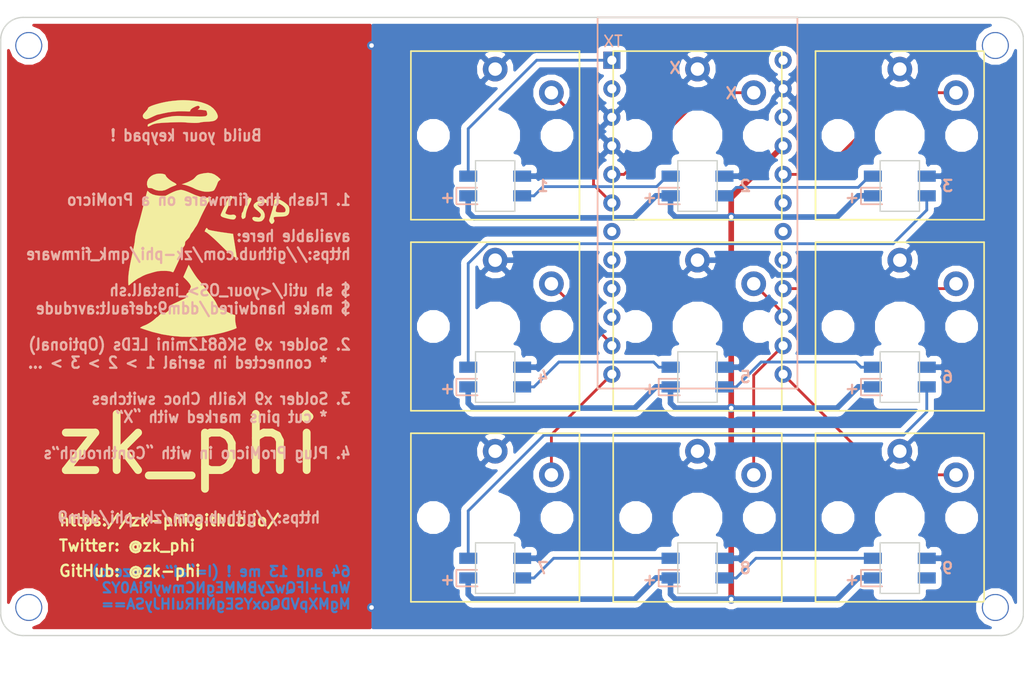
<source format=kicad_pcb>
(kicad_pcb (version 20171130) (host pcbnew "(5.0.1-3-g963ef8bb5)")
  (layers (0 F.Cu signal) (31 B.Cu signal) (34 B.Paste user) (35 F.Paste user) (36 B.SilkS user) (37 F.SilkS user) (38 B.Mask user) (39 F.Mask user) (44 Edge.Cuts user))
  (net 0 "")
  (net 1 GND)
  (net 2 "Net-(L1-Pad1)")
  (net 3 VCC)
  (net 4 "Net-(L2-Pad1)")
  (net 5 "Net-(L3-Pad1)")
  (net 6 "Net-(L4-Pad1)")
  (net 7 "Net-(L5-Pad1)")
  (net 8 "Net-(L6-Pad1)")
  (net 9 "Net-(L7-Pad1)")
  (net 10 sw1)
  (net 11 sw3)
  (net 12 sw2)
  (net 13 sw4)
  (net 14 "Net-(U1-Pad2)")
  (net 15 "Net-(U1-Pad8)")
  (net 16 "Net-(U1-Pad24)")
  (net 17 backlight)
  (net 18 "Net-(U1-Pad7)")
  (net 19 "Net-(L8-Pad1)")
  (net 20 "Net-(L9-Pad1)")
  (net 21 sw7)
  (net 22 sw5)
  (net 23 sw8)
  (net 24 sw6)
  (net 25 sw9)
  (net 26 "Net-(U1-Pad22)")
  (net 27 "Net-(U1-Pad19)")
  (net 28 "Net-(U1-Pad18)")
  (net 29 "Net-(U1-Pad9)")
  (net 30 "Net-(U1-Pad10)")
  (net 31 "Net-(U1-Pad17)")
  (module phi-kbd-library:M2_SCREW_HOLE_Plated (layer F.Cu) (at 138.5 52.5)
    (fp_text reference Ref**)
    (fp_text value Val**)
    (pad "" thru_hole circle (at 0 0) (size 2.4 2.4) (drill 2.2) (layers *.Cu *.Mask))
  )
  (module phi-kbd-library:M2_SCREW_HOLE_Plated (layer F.Cu) (at 138.5 102.5)
    (fp_text reference Ref**)
    (fp_text value Val**)
    (pad "" thru_hole circle (at 0 0) (size 2.4 2.4) (drill 2.2) (layers *.Cu *.Mask))
  )
  (module phi-kbd-library:M2_SCREW_HOLE_Plated (layer F.Cu) (at 52.5 102.5)
    (fp_text reference Ref**)
    (fp_text value Val**)
    (pad "" thru_hole circle (at 0 0) (size 2.4 2.4) (drill 2.2) (layers *.Cu *.Mask))
  )
  (module phi-kbd-library:M2_SCREW_HOLE_Plated (layer F.Cu) (at 52.5 52.5)
    (fp_text reference Ref**)
    (fp_text value Val**)
    (pad "" thru_hole circle (at 0 0) (size 2.4 2.4) (drill 2.2) (layers *.Cu *.Mask))
  )
  (module paripi:Untitled2 (layer F.Cu) (at 66.75 66.5)
    (fp_text reference G*** hide)
    (fp_text value LOGO hide)
  )
  (module paripi:Untitled (layer F.Cu) (at 66.75 66.5)
    (fp_text reference G*** hide)
    (fp_text value LOGO hide)
  )
  (module phi-kbd-library:ProMicro_Reversed_Conthrough-irreversible (layer B.Cu) (at 112 50 270)
    (fp_text reference U1)
    (fp_text value ProMicro hide)
    (fp_text user TX (at 2.1336 7.5184 unlocked) (layer B.SilkS) (effects (justify mirror)))
    (pad 1 thru_hole rect (at 3.81 7.62 270) (size 1.524 1.524) (drill 0.8128) (layers *.Cu *.Mask) (net 17 backlight))
    (pad 2 thru_hole circle (at 6.35 7.62 270) (size 1.524 1.524) (drill 0.8128) (layers *.Cu *.Mask) (net 14 "Net-(U1-Pad2)"))
    (pad 3 thru_hole circle (at 8.89 7.62 270) (size 1.524 1.524) (drill 0.8128) (layers *.Cu *.Mask) (net 1 GND))
    (pad 4 thru_hole circle (at 11.43 7.62 270) (size 1.524 1.524) (drill 0.8128) (layers *.Cu *.Mask) (net 1 GND))
    (pad 5 thru_hole circle (at 13.97 7.62 270) (size 1.524 1.524) (drill 0.8128) (layers *.Cu *.Mask) (net 13 sw4))
    (pad 6 thru_hole circle (at 16.51 7.62 270) (size 1.524 1.524) (drill 0.8128) (layers *.Cu *.Mask) (net 10 sw1))
    (pad 7 thru_hole circle (at 19.05 7.62 270) (size 1.524 1.524) (drill 0.8128) (layers *.Cu *.Mask) (net 18 "Net-(U1-Pad7)"))
    (pad 8 thru_hole circle (at 21.59 7.62 270) (size 1.524 1.524) (drill 0.8128) (layers *.Cu *.Mask) (net 15 "Net-(U1-Pad8)"))
    (pad 9 thru_hole circle (at 24.13 7.62 270) (size 1.524 1.524) (drill 0.8128) (layers *.Cu *.Mask) (net 29 "Net-(U1-Pad9)"))
    (pad 10 thru_hole circle (at 26.67 7.62 270) (size 1.524 1.524) (drill 0.8128) (layers *.Cu *.Mask) (net 30 "Net-(U1-Pad10)"))
    (pad 11 thru_hole circle (at 29.21 7.62 270) (size 1.524 1.524) (drill 0.8128) (layers *.Cu *.Mask) (net 12 sw2))
    (pad 12 thru_hole circle (at 31.75 7.62 270) (size 1.524 1.524) (drill 0.8128) (layers *.Cu *.Mask) (net 11 sw3))
    (pad 24 thru_hole circle (at 3.81 -7.62 270) (size 1.524 1.524) (drill 0.8128) (layers *.Cu *.Mask) (net 16 "Net-(U1-Pad24)"))
    (pad 23 thru_hole circle (at 6.35 -7.62 270) (size 1.524 1.524) (drill 0.8128) (layers *.Cu *.Mask) (net 1 GND))
    (pad 22 thru_hole circle (at 8.89 -7.62 270) (size 1.524 1.524) (drill 0.8128) (layers *.Cu *.Mask) (net 26 "Net-(U1-Pad22)"))
    (pad 21 thru_hole circle (at 11.43 -7.62 270) (size 1.524 1.524) (drill 0.8128) (layers *.Cu *.Mask) (net 3 VCC))
    (pad 20 thru_hole circle (at 13.97 -7.62 270) (size 1.524 1.524) (drill 0.8128) (layers *.Cu *.Mask) (net 21 sw7))
    (pad 19 thru_hole circle (at 16.51 -7.62 270) (size 1.524 1.524) (drill 0.8128) (layers *.Cu *.Mask) (net 27 "Net-(U1-Pad19)"))
    (pad 18 thru_hole circle (at 19.05 -7.62 270) (size 1.524 1.524) (drill 0.8128) (layers *.Cu *.Mask) (net 28 "Net-(U1-Pad18)"))
    (pad 17 thru_hole circle (at 21.59 -7.62 270) (size 1.524 1.524) (drill 0.8128) (layers *.Cu *.Mask) (net 31 "Net-(U1-Pad17)"))
    (pad 16 thru_hole circle (at 24.13 -7.62 270) (size 1.524 1.524) (drill 0.8128) (layers *.Cu *.Mask) (net 23 sw8))
    (pad 15 thru_hole circle (at 26.67 -7.62 270) (size 1.524 1.524) (drill 0.8128) (layers *.Cu *.Mask) (net 22 sw5))
    (pad 14 thru_hole circle (at 29.21 -7.62 270) (size 1.524 1.524) (drill 0.8128) (layers *.Cu *.Mask) (net 24 sw6))
    (pad 13 thru_hole circle (at 31.75 -7.62 270) (size 1.524 1.524) (drill 0.8128) (layers *.Cu *.Mask) (net 25 sw9))
  )
  (module phi-kbd-library:SK6812MINI-irreversible (layer B.Cu) (at 94 65 180)
    (fp_text reference L1 hide)
    (fp_text value SK6812MINI hide)
    (pad 4 smd rect (at 2.4 -0.875 180) (size 1.6 1) (layers B.Cu B.Paste B.Mask) (net 3 VCC))
    (pad 3 smd rect (at 2.4 0.875 180) (size 1.6 1) (layers B.Cu B.Paste B.Mask) (net 17 backlight))
    (pad 2 smd rect (at -2.4 0.875 180) (size 1.6 1) (layers B.Cu B.Paste B.Mask) (net 1 GND))
    (pad 1 smd rect (at -2.4 -0.875 180) (size 1.6 1) (layers B.Cu B.Paste B.Mask) (net 2 "Net-(L1-Pad1)"))
  )
  (module phi-kbd-library:SK6812MINI-irreversible (layer B.Cu) (at 112 65 180)
    (fp_text reference L2 hide)
    (fp_text value SK6812MINI hide)
    (pad 1 smd rect (at -2.4 -0.875 180) (size 1.6 1) (layers B.Cu B.Paste B.Mask) (net 4 "Net-(L2-Pad1)"))
    (pad 2 smd rect (at -2.4 0.875 180) (size 1.6 1) (layers B.Cu B.Paste B.Mask) (net 1 GND))
    (pad 3 smd rect (at 2.4 0.875 180) (size 1.6 1) (layers B.Cu B.Paste B.Mask) (net 2 "Net-(L1-Pad1)"))
    (pad 4 smd rect (at 2.4 -0.875 180) (size 1.6 1) (layers B.Cu B.Paste B.Mask) (net 3 VCC))
  )
  (module phi-kbd-library:SK6812MINI-irreversible (layer B.Cu) (at 130 65 180)
    (fp_text reference L3 hide)
    (fp_text value SK6812MINI hide)
    (pad 4 smd rect (at 2.4 -0.875 180) (size 1.6 1) (layers B.Cu B.Paste B.Mask) (net 3 VCC))
    (pad 3 smd rect (at 2.4 0.875 180) (size 1.6 1) (layers B.Cu B.Paste B.Mask) (net 4 "Net-(L2-Pad1)"))
    (pad 2 smd rect (at -2.4 0.875 180) (size 1.6 1) (layers B.Cu B.Paste B.Mask) (net 1 GND))
    (pad 1 smd rect (at -2.4 -0.875 180) (size 1.6 1) (layers B.Cu B.Paste B.Mask) (net 5 "Net-(L3-Pad1)"))
  )
  (module phi-kbd-library:SK6812MINI-irreversible (layer B.Cu) (at 94 82 180)
    (fp_text reference L4 hide)
    (fp_text value SK6812MINI hide)
    (pad 1 smd rect (at -2.4 -0.875 180) (size 1.6 1) (layers B.Cu B.Paste B.Mask) (net 6 "Net-(L4-Pad1)"))
    (pad 2 smd rect (at -2.4 0.875 180) (size 1.6 1) (layers B.Cu B.Paste B.Mask) (net 1 GND))
    (pad 3 smd rect (at 2.4 0.875 180) (size 1.6 1) (layers B.Cu B.Paste B.Mask) (net 5 "Net-(L3-Pad1)"))
    (pad 4 smd rect (at 2.4 -0.875 180) (size 1.6 1) (layers B.Cu B.Paste B.Mask) (net 3 VCC))
  )
  (module phi-kbd-library:SK6812MINI-irreversible (layer B.Cu) (at 112 82 180)
    (fp_text reference L5 hide)
    (fp_text value SK6812MINI hide)
    (pad 4 smd rect (at 2.4 -0.875 180) (size 1.6 1) (layers B.Cu B.Paste B.Mask) (net 3 VCC))
    (pad 3 smd rect (at 2.4 0.875 180) (size 1.6 1) (layers B.Cu B.Paste B.Mask) (net 6 "Net-(L4-Pad1)"))
    (pad 2 smd rect (at -2.4 0.875 180) (size 1.6 1) (layers B.Cu B.Paste B.Mask) (net 1 GND))
    (pad 1 smd rect (at -2.4 -0.875 180) (size 1.6 1) (layers B.Cu B.Paste B.Mask) (net 7 "Net-(L5-Pad1)"))
  )
  (module phi-kbd-library:SK6812MINI-irreversible (layer B.Cu) (at 130 82 180)
    (fp_text reference L6 hide)
    (fp_text value SK6812MINI hide)
    (pad 1 smd rect (at -2.4 -0.875 180) (size 1.6 1) (layers B.Cu B.Paste B.Mask) (net 8 "Net-(L6-Pad1)"))
    (pad 2 smd rect (at -2.4 0.875 180) (size 1.6 1) (layers B.Cu B.Paste B.Mask) (net 1 GND))
    (pad 3 smd rect (at 2.4 0.875 180) (size 1.6 1) (layers B.Cu B.Paste B.Mask) (net 7 "Net-(L5-Pad1)"))
    (pad 4 smd rect (at 2.4 -0.875 180) (size 1.6 1) (layers B.Cu B.Paste B.Mask) (net 3 VCC))
  )
  (module phi-kbd-library:SK6812MINI-irreversible (layer B.Cu) (at 94 99 180)
    (fp_text reference L7 hide)
    (fp_text value SK6812MINI hide)
    (pad 4 smd rect (at 2.4 -0.875 180) (size 1.6 1) (layers B.Cu B.Paste B.Mask) (net 3 VCC))
    (pad 3 smd rect (at 2.4 0.875 180) (size 1.6 1) (layers B.Cu B.Paste B.Mask) (net 8 "Net-(L6-Pad1)"))
    (pad 2 smd rect (at -2.4 0.875 180) (size 1.6 1) (layers B.Cu B.Paste B.Mask) (net 1 GND))
    (pad 1 smd rect (at -2.4 -0.875 180) (size 1.6 1) (layers B.Cu B.Paste B.Mask) (net 9 "Net-(L7-Pad1)"))
  )
  (module phi-kbd-library:SK6812MINI-irreversible (layer B.Cu) (at 112 99 180)
    (fp_text reference L8 hide)
    (fp_text value SK6812MINI hide)
    (pad 1 smd rect (at -2.4 -0.875 180) (size 1.6 1) (layers B.Cu B.Paste B.Mask) (net 19 "Net-(L8-Pad1)"))
    (pad 2 smd rect (at -2.4 0.875 180) (size 1.6 1) (layers B.Cu B.Paste B.Mask) (net 1 GND))
    (pad 3 smd rect (at 2.4 0.875 180) (size 1.6 1) (layers B.Cu B.Paste B.Mask) (net 9 "Net-(L7-Pad1)"))
    (pad 4 smd rect (at 2.4 -0.875 180) (size 1.6 1) (layers B.Cu B.Paste B.Mask) (net 3 VCC))
  )
  (module phi-kbd-library:SK6812MINI-irreversible (layer B.Cu) (at 130 99 180)
    (fp_text reference L9 hide)
    (fp_text value SK6812MINI hide)
    (pad 4 smd rect (at 2.4 -0.875 180) (size 1.6 1) (layers B.Cu B.Paste B.Mask) (net 3 VCC))
    (pad 3 smd rect (at 2.4 0.875 180) (size 1.6 1) (layers B.Cu B.Paste B.Mask) (net 19 "Net-(L8-Pad1)"))
    (pad 2 smd rect (at -2.4 0.875 180) (size 1.6 1) (layers B.Cu B.Paste B.Mask) (net 1 GND))
    (pad 1 smd rect (at -2.4 -0.875 180) (size 1.6 1) (layers B.Cu B.Paste B.Mask) (net 20 "Net-(L9-Pad1)"))
  )
  (module phi-kbd-library:Choc_1.00u-narrow-irreversible (layer F.Cu) (at 94 60.5)
    (fp_text reference SW1)
    (fp_text value SW_PUSH)
    (pad "" np_thru_hole circle (at 0 0) (size 3.4 3.4) (drill 3.4) (layers *.Cu *.Mask))
    (pad "" np_thru_hole circle (at -5.5 0) (size 1.9 1.9) (drill 1.9) (layers *.Cu *.Mask))
    (pad "" np_thru_hole circle (at 5.5 0) (size 1.9 1.9) (drill 1.9) (layers *.Cu *.Mask))
    (pad 1 thru_hole circle (at 0 -5.9) (size 2.2 2.2) (drill 1.2) (layers *.Cu *.Mask) (net 1 GND))
    (pad 2 thru_hole circle (at 5 -3.8) (size 2.2 2.2) (drill 1.2) (layers *.Cu *.Mask) (net 10 sw1))
  )
  (module phi-kbd-library:Choc_1.00u-narrow-irreversible (layer F.Cu) (at 112 60.5)
    (fp_text reference SW2)
    (fp_text value SW_PUSH)
    (pad "" np_thru_hole circle (at 0 0) (size 3.4 3.4) (drill 3.4) (layers *.Cu *.Mask))
    (pad "" np_thru_hole circle (at -5.5 0) (size 1.9 1.9) (drill 1.9) (layers *.Cu *.Mask))
    (pad "" np_thru_hole circle (at 5.5 0) (size 1.9 1.9) (drill 1.9) (layers *.Cu *.Mask))
    (pad 1 thru_hole circle (at 0 -5.9) (size 2.2 2.2) (drill 1.2) (layers *.Cu *.Mask) (net 1 GND))
    (pad 2 thru_hole circle (at 5 -3.8) (size 2.2 2.2) (drill 1.2) (layers *.Cu *.Mask) (net 13 sw4))
  )
  (module phi-kbd-library:Choc_1.00u-narrow-irreversible (layer F.Cu) (at 130 60.5)
    (fp_text reference SW3)
    (fp_text value SW_PUSH)
    (pad "" np_thru_hole circle (at 0 0) (size 3.4 3.4) (drill 3.4) (layers *.Cu *.Mask))
    (pad "" np_thru_hole circle (at -5.5 0) (size 1.9 1.9) (drill 1.9) (layers *.Cu *.Mask))
    (pad "" np_thru_hole circle (at 5.5 0) (size 1.9 1.9) (drill 1.9) (layers *.Cu *.Mask))
    (pad 1 thru_hole circle (at 0 -5.9) (size 2.2 2.2) (drill 1.2) (layers *.Cu *.Mask) (net 1 GND))
    (pad 2 thru_hole circle (at 5 -3.8) (size 2.2 2.2) (drill 1.2) (layers *.Cu *.Mask) (net 21 sw7))
  )
  (module phi-kbd-library:Choc_1.00u-narrow-irreversible (layer F.Cu) (at 94 77.5)
    (fp_text reference SW4)
    (fp_text value SW_PUSH)
    (pad 2 thru_hole circle (at 5 -3.8) (size 2.2 2.2) (drill 1.2) (layers *.Cu *.Mask) (net 12 sw2))
    (pad 1 thru_hole circle (at 0 -5.9) (size 2.2 2.2) (drill 1.2) (layers *.Cu *.Mask) (net 1 GND))
    (pad "" np_thru_hole circle (at 5.5 0) (size 1.9 1.9) (drill 1.9) (layers *.Cu *.Mask))
    (pad "" np_thru_hole circle (at -5.5 0) (size 1.9 1.9) (drill 1.9) (layers *.Cu *.Mask))
    (pad "" np_thru_hole circle (at 0 0) (size 3.4 3.4) (drill 3.4) (layers *.Cu *.Mask))
  )
  (module phi-kbd-library:Choc_1.00u-narrow-irreversible (layer F.Cu) (at 112 77.5)
    (fp_text reference SW5)
    (fp_text value SW_PUSH)
    (pad 2 thru_hole circle (at 5 -3.8) (size 2.2 2.2) (drill 1.2) (layers *.Cu *.Mask) (net 22 sw5))
    (pad 1 thru_hole circle (at 0 -5.9) (size 2.2 2.2) (drill 1.2) (layers *.Cu *.Mask) (net 1 GND))
    (pad "" np_thru_hole circle (at 5.5 0) (size 1.9 1.9) (drill 1.9) (layers *.Cu *.Mask))
    (pad "" np_thru_hole circle (at -5.5 0) (size 1.9 1.9) (drill 1.9) (layers *.Cu *.Mask))
    (pad "" np_thru_hole circle (at 0 0) (size 3.4 3.4) (drill 3.4) (layers *.Cu *.Mask))
  )
  (module phi-kbd-library:Choc_1.00u-narrow-irreversible (layer F.Cu) (at 130 77.5)
    (fp_text reference SW6)
    (fp_text value SW_PUSH)
    (pad 2 thru_hole circle (at 5 -3.8) (size 2.2 2.2) (drill 1.2) (layers *.Cu *.Mask) (net 23 sw8))
    (pad 1 thru_hole circle (at 0 -5.9) (size 2.2 2.2) (drill 1.2) (layers *.Cu *.Mask) (net 1 GND))
    (pad "" np_thru_hole circle (at 5.5 0) (size 1.9 1.9) (drill 1.9) (layers *.Cu *.Mask))
    (pad "" np_thru_hole circle (at -5.5 0) (size 1.9 1.9) (drill 1.9) (layers *.Cu *.Mask))
    (pad "" np_thru_hole circle (at 0 0) (size 3.4 3.4) (drill 3.4) (layers *.Cu *.Mask))
  )
  (module phi-kbd-library:Choc_1.00u-narrow-irreversible (layer F.Cu) (at 94 94.5)
    (fp_text reference SW8)
    (fp_text value SW_PUSH)
    (pad "" np_thru_hole circle (at 0 0) (size 3.4 3.4) (drill 3.4) (layers *.Cu *.Mask))
    (pad "" np_thru_hole circle (at -5.5 0) (size 1.9 1.9) (drill 1.9) (layers *.Cu *.Mask))
    (pad "" np_thru_hole circle (at 5.5 0) (size 1.9 1.9) (drill 1.9) (layers *.Cu *.Mask))
    (pad 1 thru_hole circle (at 0 -5.9) (size 2.2 2.2) (drill 1.2) (layers *.Cu *.Mask) (net 1 GND))
    (pad 2 thru_hole circle (at 5 -3.8) (size 2.2 2.2) (drill 1.2) (layers *.Cu *.Mask) (net 11 sw3))
  )
  (module phi-kbd-library:Choc_1.00u-narrow-irreversible (layer F.Cu) (at 112 94.5)
    (fp_text reference SW9)
    (fp_text value SW_PUSH)
    (pad 2 thru_hole circle (at 5 -3.8) (size 2.2 2.2) (drill 1.2) (layers *.Cu *.Mask) (net 24 sw6))
    (pad 1 thru_hole circle (at 0 -5.9) (size 2.2 2.2) (drill 1.2) (layers *.Cu *.Mask) (net 1 GND))
    (pad "" np_thru_hole circle (at 5.5 0) (size 1.9 1.9) (drill 1.9) (layers *.Cu *.Mask))
    (pad "" np_thru_hole circle (at -5.5 0) (size 1.9 1.9) (drill 1.9) (layers *.Cu *.Mask))
    (pad "" np_thru_hole circle (at 0 0) (size 3.4 3.4) (drill 3.4) (layers *.Cu *.Mask))
  )
  (module phi-kbd-library:Choc_1.00u-narrow-irreversible (layer F.Cu) (at 130 94.5)
    (fp_text reference SW10)
    (fp_text value SW_PUSH)
    (pad "" np_thru_hole circle (at 0 0) (size 3.4 3.4) (drill 3.4) (layers *.Cu *.Mask))
    (pad "" np_thru_hole circle (at -5.5 0) (size 1.9 1.9) (drill 1.9) (layers *.Cu *.Mask))
    (pad "" np_thru_hole circle (at 5.5 0) (size 1.9 1.9) (drill 1.9) (layers *.Cu *.Mask))
    (pad 1 thru_hole circle (at 0 -5.9) (size 2.2 2.2) (drill 1.2) (layers *.Cu *.Mask) (net 1 GND))
    (pad 2 thru_hole circle (at 5 -3.8) (size 2.2 2.2) (drill 1.2) (layers *.Cu *.Mask) (net 25 sw9))
  )
  (gr_text "DDM Meishi Keypad rev.2" (at 127 103.5) (layer F.Cu) (effects (font (size 1 1) (thickness 0.2))))
  (gr_text X (at 115 56.75) (layer B.SilkS) (effects (font (size 1 1) (thickness 0.2)) (justify mirror)))
  (gr_text X (at 110 54.5) (layer B.SilkS) (effects (font (size 1 1) (thickness 0.2)) (justify mirror)))
  (gr_text 9 (at 134.25 99) (layer B.SilkS) (effects (font (size 1 1) (thickness 0.2)) (justify mirror)))
  (gr_text 8 (at 116.25 99) (layer B.SilkS) (effects (font (size 1 1) (thickness 0.2)) (justify mirror)))
  (gr_text 7 (at 98.25 99) (layer B.SilkS) (effects (font (size 1 1) (thickness 0.2)) (justify mirror)))
  (gr_text 6 (at 134.25 82) (layer B.SilkS) (effects (font (size 1 1) (thickness 0.2)) (justify mirror)))
  (gr_text 5 (at 116.25 82) (layer B.SilkS) (effects (font (size 1 1) (thickness 0.2)) (justify mirror)))
  (gr_text 4 (at 98.25 82) (layer B.SilkS) (effects (font (size 1 1) (thickness 0.2)) (justify mirror)))
  (gr_text 3 (at 134.25 65) (layer B.SilkS) (effects (font (size 1 1) (thickness 0.2)) (justify mirror)))
  (gr_text 2 (at 116.25 65) (layer B.SilkS) (effects (font (size 1 1) (thickness 0.2)) (justify mirror)))
  (gr_text 1 (at 98.25 65) (layer B.SilkS) (effects (font (size 1 1) (thickness 0.2)) (justify mirror)))
  (gr_text "GitHub: @zk-phi" (at 61.5 99.25) (layer F.SilkS) (effects (font (size 1 1) (thickness 0.2))))
  (gr_text "Twitter: @zk_phi" (at 61.25 97) (layer F.SilkS) (effects (font (size 1 1) (thickness 0.2))))
  (gr_text "Build your keypad !" (at 66.5 60.5) (layer B.SilkS) (effects (font (size 1 0.9) (thickness 0.2)) (justify mirror)))
  (gr_text "64 and 13 me ! (I=“ai”, 0=zero)\nWnJ+IFQwZyBMMEgNCmwyRiA0Y2\nMgMXpVDQoxYSEgNHRuIHJySA==" (at 81.25 100.75) (layer B.Cu) (effects (font (size 0.9 0.9) (thickness 0.2)) (justify left mirror)))
  (gr_text https://github.com/zk-phi/ddm9 (at 66.75 94.5) (layer B.SilkS) (effects (font (size 1 0.9) (thickness 0.2)) (justify mirror)))
  (gr_text + (at 107.75 83) (layer B.SilkS) (effects (font (size 1 1) (thickness 0.2)) (justify mirror)))
  (gr_text + (at 125.75 100) (layer B.SilkS) (effects (font (size 1 1) (thickness 0.2)) (justify mirror)))
  (gr_text + (at 107.75 100) (layer B.SilkS) (effects (font (size 1 1) (thickness 0.2)) (justify mirror)))
  (gr_text + (at 89.75 100) (layer B.SilkS) (effects (font (size 1 1) (thickness 0.2)) (justify mirror)))
  (gr_text + (at 125.75 83) (layer B.SilkS) (effects (font (size 1 1) (thickness 0.2)) (justify mirror)))
  (gr_text + (at 89.75 83) (layer B.SilkS) (effects (font (size 1 1) (thickness 0.2)) (justify mirror)))
  (gr_text + (at 125.75 66) (layer B.SilkS) (effects (font (size 1 1) (thickness 0.2)) (justify mirror)))
  (gr_text + (at 107.75 66) (layer B.SilkS) (effects (font (size 1 1) (thickness 0.2)) (justify mirror)))
  (gr_text + (at 89.75 66) (layer B.SilkS) (effects (font (size 1 1) (thickness 0.2)) (justify mirror)))
  (gr_text "1. Flash the firmware on a ProMicro\n\navailable here:\nhttps://github.com/zk-phi/qmk_firmware\n\n$ sh util/<your_OS>_install.sh\n$ make handwired/ddm9:default:avrdude\n\n2. Solder x9 SK6812mini LEDs (Optional)\n   * connected in serial 1 > 2 > 3 > …\n\n3. Solder x9 Kailh Choc switches\n   * cut pins marked with “X”\n\n4. Plug ProMicro in with “Conthrough”s" (at 81.25 77.5) (layer B.SilkS) (effects (font (size 1 0.9) (thickness 0.2)) (justify left mirror)))
  (gr_line (start 128.25 101.25) (end 128.25 96.75) (layer Edge.Cuts) (width 0.12))
  (gr_line (start 131.75 101.25) (end 128.25 101.25) (layer Edge.Cuts) (width 0.12))
  (gr_line (start 131.75 96.75) (end 131.75 101.25) (layer Edge.Cuts) (width 0.12))
  (gr_line (start 128.25 96.75) (end 131.75 96.75) (layer Edge.Cuts) (width 0.12))
  (gr_line (start 128.25 84.25) (end 128.25 79.75) (layer Edge.Cuts) (width 0.12))
  (gr_line (start 131.75 84.25) (end 128.25 84.25) (layer Edge.Cuts) (width 0.12))
  (gr_line (start 131.75 79.75) (end 131.75 84.25) (layer Edge.Cuts) (width 0.12))
  (gr_line (start 128.25 79.75) (end 131.75 79.75) (layer Edge.Cuts) (width 0.12))
  (gr_line (start 128.25 67.25) (end 128.25 62.75) (layer Edge.Cuts) (width 0.12))
  (gr_line (start 131.75 67.25) (end 128.25 67.25) (layer Edge.Cuts) (width 0.12))
  (gr_line (start 131.75 62.75) (end 131.75 67.25) (layer Edge.Cuts) (width 0.12))
  (gr_line (start 128.25 62.75) (end 131.75 62.75) (layer Edge.Cuts) (width 0.12))
  (gr_line (start 110.25 101.25) (end 110.25 96.75) (layer Edge.Cuts) (width 0.12))
  (gr_line (start 113.75 101.25) (end 110.25 101.25) (layer Edge.Cuts) (width 0.12))
  (gr_line (start 113.75 96.75) (end 113.75 101.25) (layer Edge.Cuts) (width 0.12))
  (gr_line (start 110.25 96.75) (end 113.75 96.75) (layer Edge.Cuts) (width 0.12))
  (gr_line (start 110.25 84.25) (end 110.25 79.75) (layer Edge.Cuts) (width 0.12))
  (gr_line (start 113.75 84.25) (end 110.25 84.25) (layer Edge.Cuts) (width 0.12))
  (gr_line (start 113.75 79.75) (end 113.75 84.25) (layer Edge.Cuts) (width 0.12))
  (gr_line (start 110.25 79.75) (end 113.75 79.75) (layer Edge.Cuts) (width 0.12))
  (gr_line (start 110.25 67.25) (end 110.25 62.75) (layer Edge.Cuts) (width 0.12))
  (gr_line (start 113.75 67.25) (end 110.25 67.25) (layer Edge.Cuts) (width 0.12))
  (gr_line (start 113.75 62.75) (end 113.75 67.25) (layer Edge.Cuts) (width 0.12))
  (gr_line (start 110.25 62.75) (end 113.75 62.75) (layer Edge.Cuts) (width 0.12))
  (gr_line (start 92.25 101.25) (end 92.25 96.75) (layer Edge.Cuts) (width 0.12))
  (gr_line (start 95.75 101.25) (end 92.25 101.25) (layer Edge.Cuts) (width 0.12))
  (gr_line (start 95.75 96.75) (end 95.75 101.25) (layer Edge.Cuts) (width 0.12))
  (gr_line (start 92.25 96.75) (end 95.75 96.75) (layer Edge.Cuts) (width 0.12))
  (gr_line (start 92.25 84.25) (end 92.25 79.75) (layer Edge.Cuts) (width 0.12))
  (gr_line (start 95.75 84.25) (end 92.25 84.25) (layer Edge.Cuts) (width 0.12))
  (gr_line (start 95.75 79.75) (end 95.75 84.25) (layer Edge.Cuts) (width 0.12))
  (gr_line (start 92.25 79.75) (end 95.75 79.75) (layer Edge.Cuts) (width 0.12))
  (gr_line (start 92.25 67.25) (end 92.25 62.75) (layer Edge.Cuts) (width 0.12))
  (gr_line (start 95.75 67.25) (end 92.25 67.25) (layer Edge.Cuts) (width 0.12))
  (gr_line (start 95.75 62.75) (end 95.75 67.25) (layer Edge.Cuts) (width 0.12))
  (gr_line (start 92.25 62.75) (end 95.75 62.75) (layer Edge.Cuts) (width 0.12))
  (gr_text https://zk-phi.github.io/ (at 65 94.75) (layer F.SilkS) (effects (font (size 1 1) (thickness 0.2))))
  (gr_text zk_phi (at 66.75 88) (layer F.SilkS) (effects (font (size 5 5) (thickness 0.7))))
  (gr_arc (start 139 103) (end 139 105) (angle -90) (layer Edge.Cuts) (width 0.12))
  (gr_arc (start 139 52) (end 141 52) (angle -90) (layer Edge.Cuts) (width 0.12))
  (gr_arc (start 52 103) (end 50 103) (angle -90) (layer Edge.Cuts) (width 0.12))
  (gr_arc (start 52 52) (end 52 50) (angle -90) (layer Edge.Cuts) (width 0.12))
  (gr_line (start 141 52) (end 141 103) (layer Edge.Cuts) (width 0.12))
  (gr_line (start 52 105) (end 139 105) (layer Edge.Cuts) (width 0.12))
  (gr_line (start 52 50) (end 139 50) (layer Edge.Cuts) (width 0.12))
  (gr_line (start 50 52) (end 50 103) (layer Edge.Cuts) (width 0.12))
  (via (at 83 52.5) (size 0.8) (drill 0.4) (layers F.Cu B.Cu) (net 1))
  (via (at 83 102.5) (size 0.8) (drill 0.4) (layers F.Cu B.Cu) (net 1))
  (segment (start 110.682001 72.917999) (end 112 71.6) (width 0.5) (layer B.Cu) (net 1))
  (segment (start 103.914237 72.917999) (end 110.682001 72.917999) (width 0.5) (layer B.Cu) (net 1))
  (segment (start 102.596238 71.6) (end 103.914237 72.917999) (width 0.5) (layer B.Cu) (net 1))
  (segment (start 94 71.6) (end 102.596238 71.6) (width 0.5) (layer B.Cu) (net 1))
  (segment (start 128.682001 72.917999) (end 130 71.6) (width 0.5) (layer B.Cu) (net 1))
  (segment (start 117.836238 71.6) (end 119.154237 72.917999) (width 0.5) (layer B.Cu) (net 1))
  (segment (start 119.154237 72.917999) (end 128.682001 72.917999) (width 0.5) (layer B.Cu) (net 1))
  (segment (start 112 71.6) (end 117.836238 71.6) (width 0.5) (layer B.Cu) (net 1))
  (segment (start 98.267999 65.057001) (end 108.367999 65.057001) (width 0.25) (layer B.Cu) (net 2))
  (segment (start 108.367999 65.057001) (end 109.3 64.125) (width 0.25) (layer B.Cu) (net 2))
  (segment (start 97.45 65.875) (end 98.267999 65.057001) (width 0.25) (layer B.Cu) (net 2))
  (segment (start 109.3 64.125) (end 109.6 64.125) (width 0.25) (layer B.Cu) (net 2))
  (segment (start 96.4 65.875) (end 97.45 65.875) (width 0.25) (layer B.Cu) (net 2))
  (segment (start 108.3 65.875) (end 109.6 65.875) (width 0.5) (layer B.Cu) (net 3))
  (segment (start 92.116736 67.837999) (end 106.337001 67.837999) (width 0.5) (layer B.Cu) (net 3))
  (segment (start 106.337001 67.837999) (end 108.3 65.875) (width 0.5) (layer B.Cu) (net 3))
  (segment (start 91.6 67.321263) (end 92.116736 67.837999) (width 0.5) (layer B.Cu) (net 3))
  (segment (start 91.6 65.875) (end 91.6 67.321263) (width 0.5) (layer B.Cu) (net 3))
  (segment (start 126.3 65.875) (end 127.6 65.875) (width 0.5) (layer B.Cu) (net 3))
  (segment (start 124.41499 67.76001) (end 126.3 65.875) (width 0.5) (layer B.Cu) (net 3))
  (segment (start 109.6 67.321263) (end 110.038747 67.76001) (width 0.5) (layer B.Cu) (net 3))
  (segment (start 109.6 65.875) (end 109.6 67.321263) (width 0.5) (layer B.Cu) (net 3))
  (segment (start 108.3 82.875) (end 109.6 82.875) (width 0.5) (layer B.Cu) (net 3))
  (segment (start 92.038747 84.76001) (end 106.41499 84.76001) (width 0.5) (layer B.Cu) (net 3))
  (segment (start 91.6 84.321263) (end 92.038747 84.76001) (width 0.5) (layer B.Cu) (net 3))
  (segment (start 106.41499 84.76001) (end 108.3 82.875) (width 0.5) (layer B.Cu) (net 3))
  (segment (start 91.6 82.875) (end 91.6 84.321263) (width 0.5) (layer B.Cu) (net 3))
  (segment (start 109.6 84.321263) (end 110.038747 84.76001) (width 0.5) (layer B.Cu) (net 3))
  (segment (start 126.3 82.875) (end 127.6 82.875) (width 0.5) (layer B.Cu) (net 3))
  (segment (start 124.41499 84.76001) (end 126.3 82.875) (width 0.5) (layer B.Cu) (net 3))
  (segment (start 109.6 82.875) (end 109.6 84.321263) (width 0.5) (layer B.Cu) (net 3))
  (segment (start 108.3 99.875) (end 109.6 99.875) (width 0.5) (layer B.Cu) (net 3))
  (segment (start 106.41499 101.76001) (end 108.3 99.875) (width 0.5) (layer B.Cu) (net 3))
  (segment (start 92.038747 101.76001) (end 106.41499 101.76001) (width 0.5) (layer B.Cu) (net 3))
  (segment (start 91.6 101.321263) (end 92.038747 101.76001) (width 0.5) (layer B.Cu) (net 3))
  (segment (start 91.6 99.875) (end 91.6 101.321263) (width 0.5) (layer B.Cu) (net 3))
  (segment (start 126.3 99.875) (end 127.6 99.875) (width 0.5) (layer B.Cu) (net 3))
  (segment (start 124.41499 101.76001) (end 126.3 99.875) (width 0.5) (layer B.Cu) (net 3))
  (segment (start 109.6 101.321263) (end 110.038747 101.76001) (width 0.5) (layer B.Cu) (net 3))
  (segment (start 109.6 99.875) (end 109.6 101.321263) (width 0.5) (layer B.Cu) (net 3))
  (segment (start 119.62 61.43) (end 115 66.05) (width 0.5) (layer F.Cu) (net 3))
  (via (at 115 67.76001) (size 0.8) (drill 0.4) (layers F.Cu B.Cu) (net 3))
  (segment (start 115 66.05) (end 115 67.76001) (width 0.5) (layer F.Cu) (net 3))
  (segment (start 115 67.76001) (end 124.41499 67.76001) (width 0.5) (layer B.Cu) (net 3))
  (segment (start 110.038747 67.76001) (end 115 67.76001) (width 0.5) (layer B.Cu) (net 3))
  (via (at 115 84.76001) (size 0.8) (drill 0.4) (layers F.Cu B.Cu) (net 3))
  (segment (start 115 67.76001) (end 115 84.76001) (width 0.5) (layer F.Cu) (net 3))
  (segment (start 115 84.76001) (end 124.41499 84.76001) (width 0.5) (layer B.Cu) (net 3))
  (segment (start 110.038747 84.76001) (end 115 84.76001) (width 0.5) (layer B.Cu) (net 3))
  (via (at 115 101.76001) (size 0.8) (drill 0.4) (layers F.Cu B.Cu) (net 3))
  (segment (start 115 84.76001) (end 115 101.76001) (width 0.5) (layer F.Cu) (net 3))
  (segment (start 115 101.76001) (end 124.41499 101.76001) (width 0.5) (layer B.Cu) (net 3))
  (segment (start 110.038747 101.76001) (end 115 101.76001) (width 0.5) (layer B.Cu) (net 3))
  (segment (start 127.3 64.125) (end 127.6 64.125) (width 0.25) (layer B.Cu) (net 4))
  (segment (start 126.3 65.125) (end 127.3 64.125) (width 0.25) (layer B.Cu) (net 4))
  (segment (start 115.45 65.125) (end 126.3 65.125) (width 0.25) (layer B.Cu) (net 4))
  (segment (start 114.7 65.875) (end 115.45 65.125) (width 0.25) (layer B.Cu) (net 4))
  (segment (start 114.4 65.875) (end 114.7 65.875) (width 0.25) (layer B.Cu) (net 4))
  (segment (start 91.6 71.890998) (end 91.6 81.125) (width 0.25) (layer B.Cu) (net 5))
  (segment (start 93.353997 70.137001) (end 91.6 71.890998) (width 0.25) (layer B.Cu) (net 5))
  (segment (start 129.407485 70.137001) (end 93.353997 70.137001) (width 0.25) (layer B.Cu) (net 5))
  (segment (start 132.4 67.144486) (end 129.407485 70.137001) (width 0.25) (layer B.Cu) (net 5))
  (segment (start 132.4 65.875) (end 132.4 67.144486) (width 0.25) (layer B.Cu) (net 5))
  (segment (start 108.087999 80.662999) (end 108.55 81.125) (width 0.25) (layer B.Cu) (net 6))
  (segment (start 108.55 81.125) (end 109.6 81.125) (width 0.25) (layer B.Cu) (net 6))
  (segment (start 99.662001 80.662999) (end 108.087999 80.662999) (width 0.25) (layer B.Cu) (net 6))
  (segment (start 97.45 82.875) (end 99.662001 80.662999) (width 0.25) (layer B.Cu) (net 6))
  (segment (start 96.4 82.875) (end 97.45 82.875) (width 0.25) (layer B.Cu) (net 6))
  (segment (start 126.087999 80.662999) (end 126.55 81.125) (width 0.25) (layer B.Cu) (net 7))
  (segment (start 115.45 82.875) (end 117.662001 80.662999) (width 0.25) (layer B.Cu) (net 7))
  (segment (start 126.55 81.125) (end 127.6 81.125) (width 0.25) (layer B.Cu) (net 7))
  (segment (start 117.662001 80.662999) (end 126.087999 80.662999) (width 0.25) (layer B.Cu) (net 7))
  (segment (start 114.4 82.875) (end 115.45 82.875) (width 0.25) (layer B.Cu) (net 7))
  (segment (start 91.6 93.902998) (end 91.6 98.125) (width 0.25) (layer B.Cu) (net 8))
  (segment (start 98.327999 87.174999) (end 91.6 93.902998) (width 0.25) (layer B.Cu) (net 8))
  (segment (start 130.325001 87.174999) (end 98.327999 87.174999) (width 0.25) (layer B.Cu) (net 8))
  (segment (start 132.4 85.1) (end 130.325001 87.174999) (width 0.25) (layer B.Cu) (net 8))
  (segment (start 132.4 82.875) (end 132.4 85.1) (width 0.25) (layer B.Cu) (net 8))
  (segment (start 99.2 98.125) (end 109.6 98.125) (width 0.25) (layer B.Cu) (net 9))
  (segment (start 97.45 99.875) (end 99.2 98.125) (width 0.25) (layer B.Cu) (net 9))
  (segment (start 96.4 99.875) (end 97.45 99.875) (width 0.25) (layer B.Cu) (net 9))
  (segment (start 103.618001 65.748001) (end 104.38 66.51) (width 0.25) (layer F.Cu) (net 10))
  (segment (start 102.75 64.88) (end 103.618001 65.748001) (width 0.25) (layer F.Cu) (net 10))
  (segment (start 102.75 60.45) (end 102.75 64.88) (width 0.25) (layer F.Cu) (net 10))
  (segment (start 99 56.7) (end 102.75 60.45) (width 0.25) (layer F.Cu) (net 10))
  (segment (start 99 87.13) (end 104.38 81.75) (width 0.25) (layer F.Cu) (net 11))
  (segment (start 99 90.7) (end 99 87.13) (width 0.25) (layer F.Cu) (net 11))
  (segment (start 104.38 79.08) (end 104.38 79.21) (width 0.25) (layer F.Cu) (net 12))
  (segment (start 99 73.7) (end 104.38 79.08) (width 0.25) (layer F.Cu) (net 12))
  (segment (start 112.72763 56.7) (end 117 56.7) (width 0.25) (layer F.Cu) (net 13))
  (segment (start 105.45763 63.97) (end 112.72763 56.7) (width 0.25) (layer F.Cu) (net 13))
  (segment (start 104.38 63.97) (end 105.45763 63.97) (width 0.25) (layer F.Cu) (net 13))
  (segment (start 91.6 59.902998) (end 97.692998 53.81) (width 0.25) (layer B.Cu) (net 17))
  (segment (start 97.692998 53.81) (end 104.38 53.81) (width 0.25) (layer B.Cu) (net 17))
  (segment (start 91.6 64.125) (end 91.6 59.902998) (width 0.25) (layer B.Cu) (net 17))
  (segment (start 117.2 98.125) (end 127.6 98.125) (width 0.25) (layer B.Cu) (net 19))
  (segment (start 115.45 99.875) (end 117.2 98.125) (width 0.25) (layer B.Cu) (net 19))
  (segment (start 114.4 99.875) (end 115.45 99.875) (width 0.25) (layer B.Cu) (net 19))
  (segment (start 133.444366 56.7) (end 135 56.7) (width 0.25) (layer F.Cu) (net 21))
  (segment (start 130.187002 56.7) (end 133.444366 56.7) (width 0.25) (layer F.Cu) (net 21))
  (segment (start 122.917002 63.97) (end 130.187002 56.7) (width 0.25) (layer F.Cu) (net 21))
  (segment (start 119.62 63.97) (end 122.917002 63.97) (width 0.25) (layer F.Cu) (net 21))
  (segment (start 119.62 76.32) (end 119.62 76.67) (width 0.25) (layer F.Cu) (net 22))
  (segment (start 117 73.7) (end 119.62 76.32) (width 0.25) (layer F.Cu) (net 22))
  (segment (start 134.57 74.13) (end 135 73.7) (width 0.25) (layer F.Cu) (net 23))
  (segment (start 119.62 74.13) (end 134.57 74.13) (width 0.25) (layer F.Cu) (net 23))
  (segment (start 117 81.83) (end 117 90.7) (width 0.25) (layer F.Cu) (net 24))
  (segment (start 119.62 79.21) (end 117 81.83) (width 0.25) (layer F.Cu) (net 24))
  (segment (start 128.57 90.7) (end 135 90.7) (width 0.25) (layer F.Cu) (net 25))
  (segment (start 119.62 81.75) (end 128.57 90.7) (width 0.25) (layer F.Cu) (net 25))
  (zone (net 1) (net_name GND) (layer B.Cu) (connect_pads (clearance 0.508)) (min_thickness 0.254) (fill yes (arc_segments 16) (thermal_gap 0.508) (thermal_bridge_width 0.508))
    (polygon (pts (xy 83 50) (xy 141 50) (xy 141 105) (xy 83 105)))
  )
  (zone (net 1) (net_name GND) (layer F.Cu) (connect_pads (clearance 0.508)) (min_thickness 0.254) (fill yes (arc_segments 16) (thermal_gap 0.508) (thermal_bridge_width 0.508))
    (polygon (pts (xy 50 50) (xy 83 50) (xy 83 105) (xy 50 105)))
  )
)
</source>
